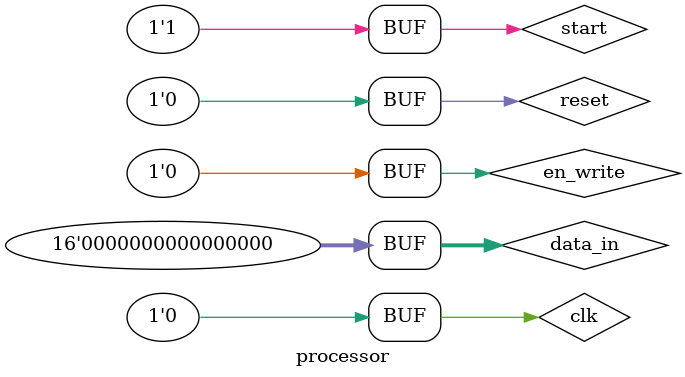
<source format=v>
module processor;
    reg clk, reset, en_write;
    reg [15:0] data_in;
    wire [9:0] instr_address, adder_input;
    wire [15:0] instruction;

    reg start;
    wire move, store, branch, pop, push;
    wire stall, str_rez, load_y, load_x;
    wire acc_opx, acc_opy, done, reset_cu;
    wire [3:0] state;

    wire [15:0] register_x, register_y, register_acc, alu_out;
    wire [3:0] alu_flags;

    ALU alu(
        .A(instruction[9] ? register_y : register_x),
        .B({{7{instruction[8]}} ,instruction[8:0]}),
        .opcode(instruction[15:10]),
        .out(alu_out),
        .Z(alu_flags[0]),
        .N(alu_flags[1]),
        .C(alu_flags[2]),
        .O(alu_flags[3])
    );

    accumulator acc(
        .ALU_rez(alu_out),
        .reset(reset),
        .clk(clk),
        .str_rez(str_rez),
        .out(register_acc)
    );

    register reg_x(
        .reset(reset),
        .clk(clk),
        .acc_op(acc_opx),
        .load(load_x),
        .acc_val(register_acc),
        .data_val(alu_out),
        .out(register_x)
    );

    register reg_y(
        .reset(reset),
        .clk(clk),
        .acc_op(acc_opy),
        .load(load_y),
        .acc_val(register_acc),
        .data_val(alu_out),
        .out(register_y)
    );

    PC_adder inst0(
        .in(instr_address),
        .out(adder_input)
    );
    
    PC inst1(
        .clk(clk),
        .reset(reset),
        .branch(branch),
        .stall(stall),
        .br_address(instruction[9:0]),
        .adder_input(adder_input),
        .instr_address(instr_address)
    );

    IM inst2(
        .clk(clk),
        .en_write(en_write),
        .address(instr_address),
        .data_in(data_in),
        .data_out(instruction)
    );

    control_unit cu (
        .opcode(instruction[15:10]),
        .reg_s(instruction[9]),
        .acc_s(instruction[8]),
        .start(start),
        .reset(reset),
        .clk(clk),
        .flags(alu_flags),
        .move(move),
        .store(store),
        .branch(branch),
        .pop(pop),
        .push(push),
        .stall(stall),
        .str_rez(str_rez),
        .load_y(load_y),
        .load_x(load_x),
        .acc_opx(acc_opx),
        .acc_opy(acc_opy),
        .done(done),
        .reset_cu(reset_cu),
        .state(state)
    );

    localparam CLOCK_CYCLES = 30, CLOCK_PERIOD = 100;
    localparam NUM_INSTRUCTIONS = 12;

    initial begin 
        clk = 0;
        repeat(CLOCK_CYCLES * 2)
            #(CLOCK_PERIOD / 2) clk = ~clk;
    end

    initial begin 
        start = 1'b0;
        reset = 1'b1;
        #50 reset = 1'b0;
        #(100 * NUM_INSTRUCTIONS) reset = 1'b1;
        start = 1'b1;
        #50 reset = 1'b0;
    end

    initial begin 
        en_write = 1'b1;
        #(100 * NUM_INSTRUCTIONS) en_write = 1'b0;
    end

    initial begin 
        data_in = 16'hFFFF;
        #100
        data_in = 16'b0100001000000011;
        #100
        data_in = 16'b0100000000000001;
        #100
        data_in = 16'b0110100000000000;
        #100
        data_in = 16'b0100000100000000;
        #100
        data_in = 16'b0110111000000000;
        #100
        data_in = 16'b0100001100000000;
        #100
        data_in = 16'b0110111000000000;
        #100
        data_in = 16'b0000110000001010;
        #100
        data_in = 16'b0001110000000011;
        #100
        data_in = 16'b0100001000001010;
        #100
        data_in = 16'b0000000000000000;
    end

endmodule
</source>
